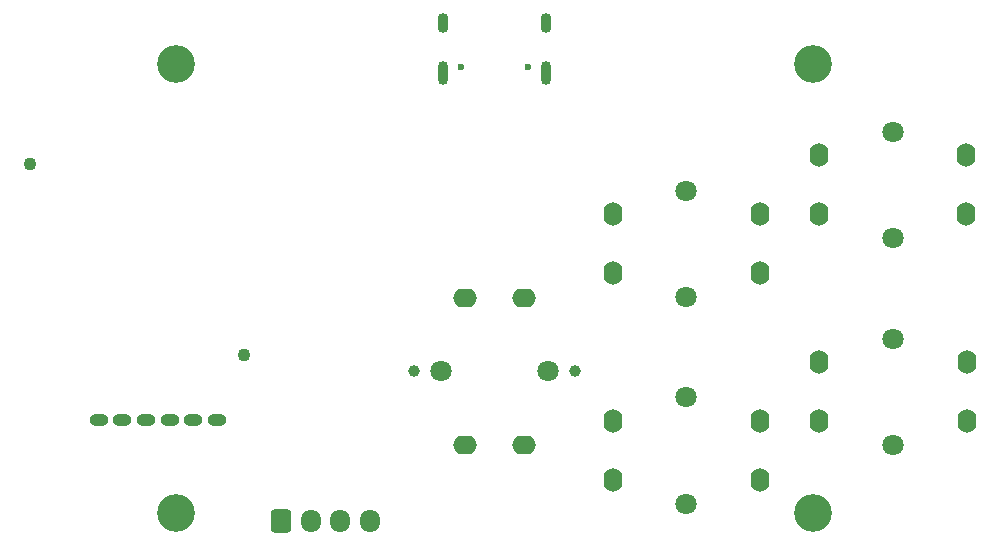
<source format=gbr>
%TF.GenerationSoftware,KiCad,Pcbnew,7.0.6*%
%TF.CreationDate,2023-11-25T17:25:06+01:00*%
%TF.ProjectId,gamepad,67616d65-7061-4642-9e6b-696361645f70,rev?*%
%TF.SameCoordinates,Original*%
%TF.FileFunction,Soldermask,Bot*%
%TF.FilePolarity,Negative*%
%FSLAX46Y46*%
G04 Gerber Fmt 4.6, Leading zero omitted, Abs format (unit mm)*
G04 Created by KiCad (PCBNEW 7.0.6) date 2023-11-25 17:25:06*
%MOMM*%
%LPD*%
G01*
G04 APERTURE LIST*
G04 Aperture macros list*
%AMRoundRect*
0 Rectangle with rounded corners*
0 $1 Rounding radius*
0 $2 $3 $4 $5 $6 $7 $8 $9 X,Y pos of 4 corners*
0 Add a 4 corners polygon primitive as box body*
4,1,4,$2,$3,$4,$5,$6,$7,$8,$9,$2,$3,0*
0 Add four circle primitives for the rounded corners*
1,1,$1+$1,$2,$3*
1,1,$1+$1,$4,$5*
1,1,$1+$1,$6,$7*
1,1,$1+$1,$8,$9*
0 Add four rect primitives between the rounded corners*
20,1,$1+$1,$2,$3,$4,$5,0*
20,1,$1+$1,$4,$5,$6,$7,0*
20,1,$1+$1,$6,$7,$8,$9,0*
20,1,$1+$1,$8,$9,$2,$3,0*%
G04 Aperture macros list end*
%ADD10C,1.800000*%
%ADD11O,1.600000X2.000000*%
%ADD12O,2.000000X1.600000*%
%ADD13C,1.000000*%
%ADD14C,3.200000*%
%ADD15RoundRect,0.250000X-0.600000X-0.725000X0.600000X-0.725000X0.600000X0.725000X-0.600000X0.725000X0*%
%ADD16O,1.700000X1.950000*%
%ADD17C,0.600000*%
%ADD18O,0.900000X2.000000*%
%ADD19O,0.900000X1.700000*%
%ADD20C,1.100000*%
%ADD21O,1.600000X1.000000*%
G04 APERTURE END LIST*
D10*
%TO.C,SW3*%
X178750000Y-124250000D03*
X178750000Y-133250000D03*
D11*
X172500000Y-131250000D03*
X185000000Y-131250000D03*
X172500000Y-126250000D03*
X185000000Y-126250000D03*
%TD*%
D10*
%TO.C,SW5*%
X149500000Y-127025000D03*
X140500000Y-127025000D03*
D12*
X142500000Y-120775000D03*
X142500000Y-133275000D03*
X147500000Y-120775000D03*
X147500000Y-133275000D03*
D13*
X151800000Y-127025000D03*
X138200000Y-127025000D03*
%TD*%
D14*
%TO.C,REF\u002A\u002A*%
X118000000Y-139000000D03*
%TD*%
%TO.C,REF\u002A\u002A*%
X172000000Y-139000000D03*
%TD*%
%TO.C,REF\u002A\u002A*%
X118000000Y-101000000D03*
%TD*%
D15*
%TO.C,XT2*%
X126950000Y-139650000D03*
D16*
X129450000Y-139650000D03*
X131950000Y-139650000D03*
X134450000Y-139650000D03*
%TD*%
D17*
%TO.C,XT1*%
X147875000Y-101225000D03*
X142125000Y-101225000D03*
D18*
X149325000Y-101725000D03*
D19*
X149325000Y-97550000D03*
D18*
X140675000Y-101725000D03*
D19*
X140675000Y-97550000D03*
%TD*%
D10*
%TO.C,SW2*%
X161250000Y-111725000D03*
X161250000Y-120725000D03*
D11*
X155000000Y-118725000D03*
X167500000Y-118725000D03*
X155000000Y-113725000D03*
X167500000Y-113725000D03*
%TD*%
D10*
%TO.C,SW4*%
X161250000Y-129225000D03*
X161250000Y-138225000D03*
D11*
X155000000Y-136225000D03*
X167500000Y-136225000D03*
X155000000Y-131225000D03*
X167500000Y-131225000D03*
%TD*%
D20*
%TO.C,J1*%
X105700000Y-109425000D03*
X123750000Y-125625000D03*
D21*
X121500000Y-131175000D03*
X119500000Y-131175000D03*
X117500000Y-131175000D03*
X115500000Y-131175000D03*
X113500000Y-131175000D03*
X111500000Y-131175000D03*
%TD*%
D14*
%TO.C,REF\u002A\u002A*%
X172000000Y-101000000D03*
%TD*%
D10*
%TO.C,SW1*%
X178700000Y-106725000D03*
X178700000Y-115725000D03*
D11*
X172450000Y-113725000D03*
X184950000Y-113725000D03*
X172450000Y-108725000D03*
X184950000Y-108725000D03*
%TD*%
M02*

</source>
